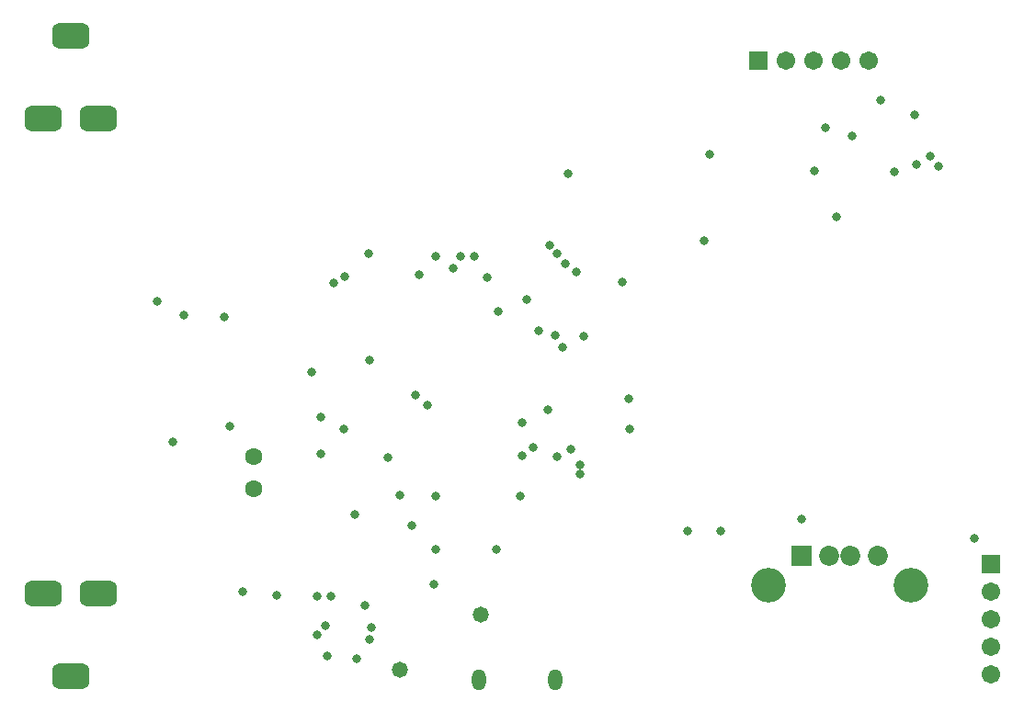
<source format=gbs>
G04*
G04 #@! TF.GenerationSoftware,Altium Limited,Altium Designer,20.0.13 (296)*
G04*
G04 Layer_Color=16711935*
%FSLAX25Y25*%
%MOIN*%
G70*
G01*
G75*
%ADD21C,0.06706*%
%ADD61R,0.06706X0.06706*%
%ADD62R,0.06706X0.06706*%
G04:AMPARAMS|DCode=63|XSize=94.49mil|YSize=133.86mil|CornerRadius=27.56mil|HoleSize=0mil|Usage=FLASHONLY|Rotation=90.000|XOffset=0mil|YOffset=0mil|HoleType=Round|Shape=RoundedRectangle|*
%AMROUNDEDRECTD63*
21,1,0.09449,0.07874,0,0,90.0*
21,1,0.03937,0.13386,0,0,90.0*
1,1,0.05512,0.03937,0.01968*
1,1,0.05512,0.03937,-0.01968*
1,1,0.05512,-0.03937,-0.01968*
1,1,0.05512,-0.03937,0.01968*
%
%ADD63ROUNDEDRECTD63*%
%ADD64R,0.07284X0.07284*%
%ADD65C,0.07284*%
%ADD66C,0.12598*%
%ADD67C,0.06299*%
%ADD68O,0.05118X0.07677*%
%ADD69C,0.03162*%
%ADD70C,0.05800*%
D21*
X454724Y138189D02*
D03*
Y128189D02*
D03*
Y118189D02*
D03*
Y108189D02*
D03*
X380354Y330906D02*
D03*
X390354D02*
D03*
X400354D02*
D03*
X410354D02*
D03*
D61*
X454724Y148189D02*
D03*
D62*
X370354Y330906D02*
D03*
D63*
X121299Y107598D02*
D03*
X111299Y137598D02*
D03*
X131299D02*
D03*
Y309882D02*
D03*
X111299D02*
D03*
X121299Y339882D02*
D03*
D64*
X386221Y151157D02*
D03*
D65*
X396063D02*
D03*
X403937D02*
D03*
X413779D02*
D03*
D66*
X374134Y140488D02*
D03*
X425866D02*
D03*
D67*
X187402Y187205D02*
D03*
Y175394D02*
D03*
D68*
X269202Y106102D02*
D03*
X296761D02*
D03*
D69*
X229134Y260630D02*
D03*
X220472Y252362D02*
D03*
X216535Y250000D02*
D03*
X427165Y311024D02*
D03*
X210630Y136614D02*
D03*
X275590Y153543D02*
D03*
X323819Y197244D02*
D03*
X323622Y208071D02*
D03*
X296654Y231102D02*
D03*
X290896Y232726D02*
D03*
X276181Y239961D02*
D03*
X299410Y226772D02*
D03*
X247441Y253150D02*
D03*
X297441Y260630D02*
D03*
X259842Y255315D02*
D03*
X300590Y257283D02*
D03*
X272047Y251969D02*
D03*
X195866Y136811D02*
D03*
X386024Y164567D02*
D03*
X390748Y290748D02*
D03*
X398819Y274213D02*
D03*
X220276Y197244D02*
D03*
X288976Y190551D02*
D03*
X211811Y201378D02*
D03*
X284646Y187402D02*
D03*
X302559Y189961D02*
D03*
X297441Y187205D02*
D03*
X356890Y160039D02*
D03*
X344882D02*
D03*
X414764Y316535D02*
D03*
X432677Y296063D02*
D03*
X284055Y172835D02*
D03*
X394882Y306496D02*
D03*
X253346Y153543D02*
D03*
X252756Y140748D02*
D03*
X229528Y222047D02*
D03*
X427756Y293110D02*
D03*
X448819Y157480D02*
D03*
X419685Y290354D02*
D03*
X404331Y303346D02*
D03*
X211811Y187992D02*
D03*
X158071Y192323D02*
D03*
X176969Y237795D02*
D03*
X178740Y198031D02*
D03*
X301378Y289961D02*
D03*
X350787Y265551D02*
D03*
X304331Y254134D02*
D03*
X294882Y263779D02*
D03*
X286417Y244094D02*
D03*
X321063Y250394D02*
D03*
X305906Y184252D02*
D03*
Y180905D02*
D03*
X267323Y259646D02*
D03*
X262598Y259842D02*
D03*
X253543Y259646D02*
D03*
X352756Y296850D02*
D03*
X152362Y243504D02*
D03*
X236024Y186811D02*
D03*
X162008Y238583D02*
D03*
X284842Y199606D02*
D03*
X293996Y204035D02*
D03*
X307087Y230906D02*
D03*
X253543Y172835D02*
D03*
X250590Y205906D02*
D03*
X246063Y209449D02*
D03*
X208465Y217717D02*
D03*
X183465Y138189D02*
D03*
X240551Y173228D02*
D03*
X224016Y166142D02*
D03*
X215354Y136614D02*
D03*
X227953Y133268D02*
D03*
X244685Y162205D02*
D03*
X213386Y125787D02*
D03*
X210630Y122441D02*
D03*
X230118Y125000D02*
D03*
X229577Y120866D02*
D03*
X214173Y114764D02*
D03*
X224803Y113779D02*
D03*
X435827Y292520D02*
D03*
D70*
X269685Y129724D02*
D03*
X240354Y109843D02*
D03*
M02*

</source>
